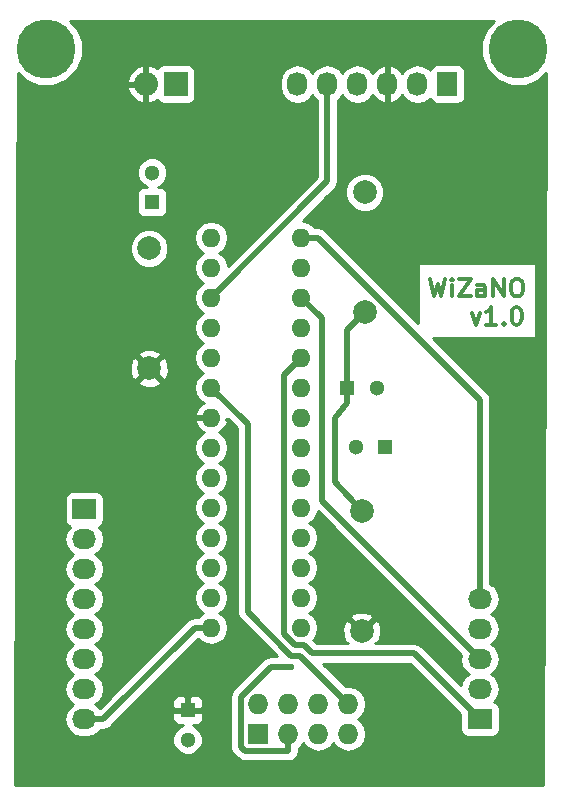
<source format=gbr>
G04 #@! TF.FileFunction,Copper,L1,Top,Signal*
%FSLAX46Y46*%
G04 Gerber Fmt 4.6, Leading zero omitted, Abs format (unit mm)*
G04 Created by KiCad (PCBNEW 4.0.1-3.201512221401+6198~38~ubuntu15.10.1-stable) date dom 03 ene 2016 23:47:09 ART*
%MOMM*%
G01*
G04 APERTURE LIST*
%ADD10C,0.100000*%
%ADD11C,0.300000*%
%ADD12R,1.300000X1.300000*%
%ADD13C,1.300000*%
%ADD14O,1.600000X1.600000*%
%ADD15R,1.727200X1.727200*%
%ADD16O,1.727200X1.727200*%
%ADD17R,1.727200X2.032000*%
%ADD18O,1.727200X2.032000*%
%ADD19R,2.032000X2.032000*%
%ADD20O,2.032000X2.032000*%
%ADD21R,2.032000X1.727200*%
%ADD22O,2.032000X1.727200*%
%ADD23C,1.998980*%
%ADD24C,5.000000*%
%ADD25C,0.600000*%
%ADD26C,0.500000*%
%ADD27C,0.254000*%
G04 APERTURE END LIST*
D10*
D11*
X179535714Y-107478571D02*
X179892857Y-108978571D01*
X180178571Y-107907143D01*
X180464285Y-108978571D01*
X180821428Y-107478571D01*
X181392857Y-108978571D02*
X181392857Y-107978571D01*
X181392857Y-107478571D02*
X181321428Y-107550000D01*
X181392857Y-107621429D01*
X181464285Y-107550000D01*
X181392857Y-107478571D01*
X181392857Y-107621429D01*
X181964286Y-107478571D02*
X182964286Y-107478571D01*
X181964286Y-108978571D01*
X182964286Y-108978571D01*
X184178571Y-108978571D02*
X184178571Y-108192857D01*
X184107142Y-108050000D01*
X183964285Y-107978571D01*
X183678571Y-107978571D01*
X183535714Y-108050000D01*
X184178571Y-108907143D02*
X184035714Y-108978571D01*
X183678571Y-108978571D01*
X183535714Y-108907143D01*
X183464285Y-108764286D01*
X183464285Y-108621429D01*
X183535714Y-108478571D01*
X183678571Y-108407143D01*
X184035714Y-108407143D01*
X184178571Y-108335714D01*
X184892857Y-108978571D02*
X184892857Y-107478571D01*
X185750000Y-108978571D01*
X185750000Y-107478571D01*
X186750000Y-107478571D02*
X187035714Y-107478571D01*
X187178572Y-107550000D01*
X187321429Y-107692857D01*
X187392857Y-107978571D01*
X187392857Y-108478571D01*
X187321429Y-108764286D01*
X187178572Y-108907143D01*
X187035714Y-108978571D01*
X186750000Y-108978571D01*
X186607143Y-108907143D01*
X186464286Y-108764286D01*
X186392857Y-108478571D01*
X186392857Y-107978571D01*
X186464286Y-107692857D01*
X186607143Y-107550000D01*
X186750000Y-107478571D01*
X183071429Y-110378571D02*
X183428572Y-111378571D01*
X183785714Y-110378571D01*
X185142857Y-111378571D02*
X184285714Y-111378571D01*
X184714286Y-111378571D02*
X184714286Y-109878571D01*
X184571429Y-110092857D01*
X184428571Y-110235714D01*
X184285714Y-110307143D01*
X185785714Y-111235714D02*
X185857142Y-111307143D01*
X185785714Y-111378571D01*
X185714285Y-111307143D01*
X185785714Y-111235714D01*
X185785714Y-111378571D01*
X186785714Y-109878571D02*
X186928571Y-109878571D01*
X187071428Y-109950000D01*
X187142857Y-110021429D01*
X187214286Y-110164286D01*
X187285714Y-110450000D01*
X187285714Y-110807143D01*
X187214286Y-111092857D01*
X187142857Y-111235714D01*
X187071428Y-111307143D01*
X186928571Y-111378571D01*
X186785714Y-111378571D01*
X186642857Y-111307143D01*
X186571428Y-111235714D01*
X186500000Y-111092857D01*
X186428571Y-110807143D01*
X186428571Y-110450000D01*
X186500000Y-110164286D01*
X186571428Y-110021429D01*
X186642857Y-109950000D01*
X186785714Y-109878571D01*
D12*
X175750000Y-121750000D03*
D13*
X173250000Y-121750000D03*
D12*
X159000000Y-144000000D03*
D13*
X159000000Y-146500000D03*
D12*
X156000000Y-101000000D03*
D13*
X156000000Y-98500000D03*
D12*
X172500000Y-116750000D03*
D13*
X175000000Y-116750000D03*
D14*
X161000000Y-104000000D03*
X161000000Y-106540000D03*
X161000000Y-109080000D03*
X161000000Y-111620000D03*
X161000000Y-114160000D03*
X161000000Y-116700000D03*
X161000000Y-119240000D03*
X161000000Y-121780000D03*
X161000000Y-124320000D03*
X161000000Y-126860000D03*
X161000000Y-129400000D03*
X161000000Y-131940000D03*
X161000000Y-134480000D03*
X161000000Y-137020000D03*
X168620000Y-137020000D03*
X168620000Y-134480000D03*
X168620000Y-131940000D03*
X168620000Y-129400000D03*
X168620000Y-126860000D03*
X168620000Y-124320000D03*
X168620000Y-121780000D03*
X168620000Y-119240000D03*
X168620000Y-116700000D03*
X168620000Y-114160000D03*
X168620000Y-111620000D03*
X168620000Y-109080000D03*
X168620000Y-106540000D03*
X168620000Y-104000000D03*
D15*
X165000000Y-146000000D03*
D16*
X165000000Y-143460000D03*
X167540000Y-146000000D03*
X167540000Y-143460000D03*
X170080000Y-146000000D03*
X170080000Y-143460000D03*
X172620000Y-146000000D03*
X172620000Y-143460000D03*
D17*
X181000000Y-91000000D03*
D18*
X178460000Y-91000000D03*
X175920000Y-91000000D03*
X173380000Y-91000000D03*
X170840000Y-91000000D03*
X168300000Y-91000000D03*
D19*
X158000000Y-91000000D03*
D20*
X155460000Y-91000000D03*
D21*
X150250000Y-127000000D03*
D22*
X150250000Y-129540000D03*
X150250000Y-132080000D03*
X150250000Y-134620000D03*
X150250000Y-137160000D03*
X150250000Y-139700000D03*
X150250000Y-142240000D03*
X150250000Y-144780000D03*
D21*
X183750000Y-144750000D03*
D22*
X183750000Y-142210000D03*
X183750000Y-139670000D03*
X183750000Y-137130000D03*
X183750000Y-134590000D03*
D23*
X155750000Y-115080000D03*
X155750000Y-104920000D03*
X173750000Y-137330000D03*
X173750000Y-127170000D03*
X174000000Y-110330000D03*
X174000000Y-100170000D03*
D24*
X187000000Y-88000000D03*
X147000000Y-88000000D03*
D25*
X167738200Y-140320400D03*
D26*
X172500000Y-116750000D02*
X172500000Y-115499700D01*
X171499700Y-119250600D02*
X172500000Y-118000300D01*
X171499700Y-124669700D02*
X171499700Y-119250600D01*
X173750000Y-127170000D02*
X171499700Y-124669700D01*
X172500000Y-116750000D02*
X172500000Y-118000300D01*
X172500000Y-111830000D02*
X172500000Y-115499700D01*
X174000000Y-110330000D02*
X172500000Y-111830000D01*
X170840000Y-99240000D02*
X161000000Y-109080000D01*
X170840000Y-91000000D02*
X170840000Y-99240000D01*
X164080100Y-119780100D02*
X161000000Y-116700000D01*
X164080100Y-135675800D02*
X164080100Y-119780100D01*
X167791100Y-139386800D02*
X164080100Y-135675800D01*
X168546800Y-139386800D02*
X167791100Y-139386800D01*
X172620000Y-143460000D02*
X168546800Y-139386800D01*
X151866300Y-144753400D02*
X159599700Y-137020000D01*
X151866300Y-144780000D02*
X151866300Y-144753400D01*
X161000000Y-137020000D02*
X159599700Y-137020000D01*
X150250000Y-144780000D02*
X151866300Y-144780000D01*
X167540000Y-146000000D02*
X167540000Y-147463900D01*
X166043200Y-140320400D02*
X167738200Y-140320400D01*
X163489600Y-142874000D02*
X166043200Y-140320400D01*
X163489600Y-147095600D02*
X163489600Y-142874000D01*
X163857900Y-147463900D02*
X163489600Y-147095600D01*
X167540000Y-147463900D02*
X163857900Y-147463900D01*
X167181400Y-115598600D02*
X168620000Y-114160000D01*
X167181400Y-137565700D02*
X167181400Y-115598600D01*
X168119000Y-138503300D02*
X167181400Y-137565700D01*
X168865900Y-138503300D02*
X168119000Y-138503300D01*
X169572200Y-139209600D02*
X168865900Y-138503300D01*
X178209600Y-139209600D02*
X169572200Y-139209600D01*
X183750000Y-144750000D02*
X178209600Y-139209600D01*
X170349500Y-110809500D02*
X168620000Y-109080000D01*
X170349500Y-126269500D02*
X170349500Y-110809500D01*
X183750000Y-139670000D02*
X170349500Y-126269500D01*
X183750000Y-117729700D02*
X170020300Y-104000000D01*
X183750000Y-134590000D02*
X183750000Y-117729700D01*
X168620000Y-104000000D02*
X170020300Y-104000000D01*
D27*
G36*
X184343826Y-86221847D02*
X183865546Y-87373674D01*
X183864457Y-88620854D01*
X184340727Y-89773515D01*
X185221847Y-90656174D01*
X186373674Y-91134454D01*
X187620854Y-91135543D01*
X188773515Y-90659273D01*
X189355390Y-90078412D01*
X189123488Y-150373000D01*
X144377489Y-150373000D01*
X144391406Y-146754481D01*
X157714777Y-146754481D01*
X157909995Y-147226943D01*
X158271155Y-147588735D01*
X158743276Y-147784777D01*
X159254481Y-147785223D01*
X159726943Y-147590005D01*
X160088735Y-147228845D01*
X160284777Y-146756724D01*
X160285223Y-146245519D01*
X160090005Y-145773057D01*
X159728845Y-145411265D01*
X159424765Y-145285000D01*
X159776310Y-145285000D01*
X160009699Y-145188327D01*
X160188327Y-145009698D01*
X160285000Y-144776309D01*
X160285000Y-144285750D01*
X160126250Y-144127000D01*
X159127000Y-144127000D01*
X159127000Y-144147000D01*
X158873000Y-144147000D01*
X158873000Y-144127000D01*
X157873750Y-144127000D01*
X157715000Y-144285750D01*
X157715000Y-144776309D01*
X157811673Y-145009698D01*
X157990301Y-145188327D01*
X158223690Y-145285000D01*
X158575567Y-145285000D01*
X158273057Y-145409995D01*
X157911265Y-145771155D01*
X157715223Y-146243276D01*
X157714777Y-146754481D01*
X144391406Y-146754481D01*
X144457615Y-129540000D01*
X148566655Y-129540000D01*
X148680729Y-130113489D01*
X149005585Y-130599670D01*
X149320366Y-130810000D01*
X149005585Y-131020330D01*
X148680729Y-131506511D01*
X148566655Y-132080000D01*
X148680729Y-132653489D01*
X149005585Y-133139670D01*
X149320366Y-133350000D01*
X149005585Y-133560330D01*
X148680729Y-134046511D01*
X148566655Y-134620000D01*
X148680729Y-135193489D01*
X149005585Y-135679670D01*
X149320366Y-135890000D01*
X149005585Y-136100330D01*
X148680729Y-136586511D01*
X148566655Y-137160000D01*
X148680729Y-137733489D01*
X149005585Y-138219670D01*
X149320366Y-138430000D01*
X149005585Y-138640330D01*
X148680729Y-139126511D01*
X148566655Y-139700000D01*
X148680729Y-140273489D01*
X149005585Y-140759670D01*
X149320366Y-140970000D01*
X149005585Y-141180330D01*
X148680729Y-141666511D01*
X148566655Y-142240000D01*
X148680729Y-142813489D01*
X149005585Y-143299670D01*
X149320366Y-143510000D01*
X149005585Y-143720330D01*
X148680729Y-144206511D01*
X148566655Y-144780000D01*
X148680729Y-145353489D01*
X149005585Y-145839670D01*
X149491766Y-146164526D01*
X150065255Y-146278600D01*
X150434745Y-146278600D01*
X151008234Y-146164526D01*
X151494415Y-145839670D01*
X151611126Y-145665000D01*
X151866300Y-145665000D01*
X152204975Y-145597633D01*
X152492090Y-145405790D01*
X152545653Y-145325627D01*
X154647588Y-143223691D01*
X157715000Y-143223691D01*
X157715000Y-143714250D01*
X157873750Y-143873000D01*
X158873000Y-143873000D01*
X158873000Y-142873750D01*
X159127000Y-142873750D01*
X159127000Y-143873000D01*
X160126250Y-143873000D01*
X160285000Y-143714250D01*
X160285000Y-143223691D01*
X160188327Y-142990302D01*
X160009699Y-142811673D01*
X159776310Y-142715000D01*
X159285750Y-142715000D01*
X159127000Y-142873750D01*
X158873000Y-142873750D01*
X158714250Y-142715000D01*
X158223690Y-142715000D01*
X157990301Y-142811673D01*
X157811673Y-142990302D01*
X157715000Y-143223691D01*
X154647588Y-143223691D01*
X159908880Y-137962399D01*
X159957189Y-138034698D01*
X160422736Y-138345767D01*
X160971887Y-138455000D01*
X161028113Y-138455000D01*
X161577264Y-138345767D01*
X162042811Y-138034698D01*
X162353880Y-137569151D01*
X162463113Y-137020000D01*
X162353880Y-136470849D01*
X162042811Y-136005302D01*
X161660725Y-135750000D01*
X162042811Y-135494698D01*
X162353880Y-135029151D01*
X162463113Y-134480000D01*
X162353880Y-133930849D01*
X162042811Y-133465302D01*
X161660725Y-133210000D01*
X162042811Y-132954698D01*
X162353880Y-132489151D01*
X162463113Y-131940000D01*
X162353880Y-131390849D01*
X162042811Y-130925302D01*
X161660725Y-130670000D01*
X162042811Y-130414698D01*
X162353880Y-129949151D01*
X162463113Y-129400000D01*
X162353880Y-128850849D01*
X162042811Y-128385302D01*
X161660725Y-128130000D01*
X162042811Y-127874698D01*
X162353880Y-127409151D01*
X162463113Y-126860000D01*
X162353880Y-126310849D01*
X162042811Y-125845302D01*
X161660725Y-125590000D01*
X162042811Y-125334698D01*
X162353880Y-124869151D01*
X162463113Y-124320000D01*
X162353880Y-123770849D01*
X162042811Y-123305302D01*
X161660725Y-123050000D01*
X162042811Y-122794698D01*
X162353880Y-122329151D01*
X162463113Y-121780000D01*
X162353880Y-121230849D01*
X162042811Y-120765302D01*
X161638297Y-120495014D01*
X161855134Y-120392389D01*
X162231041Y-119977423D01*
X162391904Y-119589039D01*
X162269916Y-119367002D01*
X162415423Y-119367002D01*
X163195100Y-120146679D01*
X163195100Y-135675795D01*
X163195099Y-135675800D01*
X163214926Y-135775474D01*
X163262467Y-136014475D01*
X163388012Y-136202367D01*
X163454310Y-136301590D01*
X166588121Y-139435400D01*
X166043205Y-139435400D01*
X166043200Y-139435399D01*
X165760716Y-139491590D01*
X165704525Y-139502767D01*
X165417410Y-139694610D01*
X165417408Y-139694613D01*
X162863810Y-142248210D01*
X162671967Y-142535325D01*
X162671967Y-142535326D01*
X162604599Y-142874000D01*
X162604600Y-142874005D01*
X162604600Y-147095595D01*
X162604599Y-147095600D01*
X162631104Y-147228845D01*
X162671967Y-147434275D01*
X162776022Y-147590005D01*
X162863810Y-147721390D01*
X163232108Y-148089687D01*
X163232110Y-148089690D01*
X163519225Y-148281533D01*
X163575416Y-148292710D01*
X163857900Y-148348901D01*
X163857905Y-148348900D01*
X167540000Y-148348900D01*
X167878675Y-148281533D01*
X168165790Y-148089690D01*
X168357633Y-147802575D01*
X168425000Y-147463900D01*
X168425000Y-147205740D01*
X168599670Y-147089029D01*
X168810000Y-146774248D01*
X169020330Y-147089029D01*
X169506511Y-147413885D01*
X170080000Y-147527959D01*
X170653489Y-147413885D01*
X171139670Y-147089029D01*
X171350000Y-146774248D01*
X171560330Y-147089029D01*
X172046511Y-147413885D01*
X172620000Y-147527959D01*
X173193489Y-147413885D01*
X173679670Y-147089029D01*
X174004526Y-146602848D01*
X174118600Y-146029359D01*
X174118600Y-145970641D01*
X174004526Y-145397152D01*
X173679670Y-144910971D01*
X173408828Y-144730000D01*
X173679670Y-144549029D01*
X174004526Y-144062848D01*
X174118600Y-143489359D01*
X174118600Y-143430641D01*
X174004526Y-142857152D01*
X173679670Y-142370971D01*
X173193489Y-142046115D01*
X172620000Y-141932041D01*
X172389475Y-141977895D01*
X170506180Y-140094600D01*
X177843020Y-140094600D01*
X182086560Y-144338139D01*
X182086560Y-145613600D01*
X182130838Y-145848917D01*
X182269910Y-146065041D01*
X182482110Y-146210031D01*
X182734000Y-146261040D01*
X184766000Y-146261040D01*
X185001317Y-146216762D01*
X185217441Y-146077690D01*
X185362431Y-145865490D01*
X185413440Y-145613600D01*
X185413440Y-143886400D01*
X185369162Y-143651083D01*
X185230090Y-143434959D01*
X185017890Y-143289969D01*
X184976561Y-143281600D01*
X184994415Y-143269670D01*
X185319271Y-142783489D01*
X185433345Y-142210000D01*
X185319271Y-141636511D01*
X184994415Y-141150330D01*
X184679634Y-140940000D01*
X184994415Y-140729670D01*
X185319271Y-140243489D01*
X185433345Y-139670000D01*
X185319271Y-139096511D01*
X184994415Y-138610330D01*
X184679634Y-138400000D01*
X184994415Y-138189670D01*
X185319271Y-137703489D01*
X185433345Y-137130000D01*
X185319271Y-136556511D01*
X184994415Y-136070330D01*
X184679634Y-135860000D01*
X184994415Y-135649670D01*
X185319271Y-135163489D01*
X185433345Y-134590000D01*
X185319271Y-134016511D01*
X184994415Y-133530330D01*
X184635000Y-133290176D01*
X184635000Y-117729705D01*
X184635001Y-117729700D01*
X184567633Y-117391026D01*
X184567633Y-117391025D01*
X184375790Y-117103910D01*
X184375787Y-117103908D01*
X179806879Y-112535000D01*
X188463572Y-112535000D01*
X188463572Y-106165000D01*
X178536428Y-106165000D01*
X178536428Y-111264549D01*
X170646090Y-103374210D01*
X170512915Y-103285226D01*
X170358975Y-103182367D01*
X170302784Y-103171190D01*
X170020300Y-103114999D01*
X170020295Y-103115000D01*
X169749473Y-103115000D01*
X169662811Y-102985302D01*
X169197264Y-102674233D01*
X168746924Y-102584655D01*
X170837885Y-100493694D01*
X172365226Y-100493694D01*
X172613538Y-101094655D01*
X173072927Y-101554846D01*
X173673453Y-101804206D01*
X174323694Y-101804774D01*
X174924655Y-101556462D01*
X175384846Y-101097073D01*
X175634206Y-100496547D01*
X175634774Y-99846306D01*
X175386462Y-99245345D01*
X174927073Y-98785154D01*
X174326547Y-98535794D01*
X173676306Y-98535226D01*
X173075345Y-98783538D01*
X172615154Y-99242927D01*
X172365794Y-99843453D01*
X172365226Y-100493694D01*
X170837885Y-100493694D01*
X171465787Y-99865792D01*
X171465790Y-99865790D01*
X171657633Y-99578675D01*
X171725000Y-99240000D01*
X171725000Y-92361126D01*
X171899670Y-92244415D01*
X172110000Y-91929634D01*
X172320330Y-92244415D01*
X172806511Y-92569271D01*
X173380000Y-92683345D01*
X173953489Y-92569271D01*
X174439670Y-92244415D01*
X174646461Y-91934931D01*
X175017964Y-92350732D01*
X175545209Y-92604709D01*
X175560974Y-92607358D01*
X175793000Y-92486217D01*
X175793000Y-91127000D01*
X175773000Y-91127000D01*
X175773000Y-90873000D01*
X175793000Y-90873000D01*
X175793000Y-89513783D01*
X176047000Y-89513783D01*
X176047000Y-90873000D01*
X176067000Y-90873000D01*
X176067000Y-91127000D01*
X176047000Y-91127000D01*
X176047000Y-92486217D01*
X176279026Y-92607358D01*
X176294791Y-92604709D01*
X176822036Y-92350732D01*
X177193539Y-91934931D01*
X177400330Y-92244415D01*
X177886511Y-92569271D01*
X178460000Y-92683345D01*
X179033489Y-92569271D01*
X179519670Y-92244415D01*
X179529243Y-92230087D01*
X179533238Y-92251317D01*
X179672310Y-92467441D01*
X179884510Y-92612431D01*
X180136400Y-92663440D01*
X181863600Y-92663440D01*
X182098917Y-92619162D01*
X182315041Y-92480090D01*
X182460031Y-92267890D01*
X182511040Y-92016000D01*
X182511040Y-89984000D01*
X182466762Y-89748683D01*
X182327690Y-89532559D01*
X182115490Y-89387569D01*
X181863600Y-89336560D01*
X180136400Y-89336560D01*
X179901083Y-89380838D01*
X179684959Y-89519910D01*
X179539969Y-89732110D01*
X179531600Y-89773439D01*
X179519670Y-89755585D01*
X179033489Y-89430729D01*
X178460000Y-89316655D01*
X177886511Y-89430729D01*
X177400330Y-89755585D01*
X177193539Y-90065069D01*
X176822036Y-89649268D01*
X176294791Y-89395291D01*
X176279026Y-89392642D01*
X176047000Y-89513783D01*
X175793000Y-89513783D01*
X175560974Y-89392642D01*
X175545209Y-89395291D01*
X175017964Y-89649268D01*
X174646461Y-90065069D01*
X174439670Y-89755585D01*
X173953489Y-89430729D01*
X173380000Y-89316655D01*
X172806511Y-89430729D01*
X172320330Y-89755585D01*
X172110000Y-90070366D01*
X171899670Y-89755585D01*
X171413489Y-89430729D01*
X170840000Y-89316655D01*
X170266511Y-89430729D01*
X169780330Y-89755585D01*
X169570000Y-90070366D01*
X169359670Y-89755585D01*
X168873489Y-89430729D01*
X168300000Y-89316655D01*
X167726511Y-89430729D01*
X167240330Y-89755585D01*
X166915474Y-90241766D01*
X166801400Y-90815255D01*
X166801400Y-91184745D01*
X166915474Y-91758234D01*
X167240330Y-92244415D01*
X167726511Y-92569271D01*
X168300000Y-92683345D01*
X168873489Y-92569271D01*
X169359670Y-92244415D01*
X169570000Y-91929634D01*
X169780330Y-92244415D01*
X169955000Y-92361126D01*
X169955000Y-98873421D01*
X162434130Y-106394291D01*
X162353880Y-105990849D01*
X162042811Y-105525302D01*
X161660725Y-105270000D01*
X162042811Y-105014698D01*
X162353880Y-104549151D01*
X162463113Y-104000000D01*
X162353880Y-103450849D01*
X162042811Y-102985302D01*
X161577264Y-102674233D01*
X161028113Y-102565000D01*
X160971887Y-102565000D01*
X160422736Y-102674233D01*
X159957189Y-102985302D01*
X159646120Y-103450849D01*
X159536887Y-104000000D01*
X159646120Y-104549151D01*
X159957189Y-105014698D01*
X160339275Y-105270000D01*
X159957189Y-105525302D01*
X159646120Y-105990849D01*
X159536887Y-106540000D01*
X159646120Y-107089151D01*
X159957189Y-107554698D01*
X160339275Y-107810000D01*
X159957189Y-108065302D01*
X159646120Y-108530849D01*
X159536887Y-109080000D01*
X159646120Y-109629151D01*
X159957189Y-110094698D01*
X160339275Y-110350000D01*
X159957189Y-110605302D01*
X159646120Y-111070849D01*
X159536887Y-111620000D01*
X159646120Y-112169151D01*
X159957189Y-112634698D01*
X160339275Y-112890000D01*
X159957189Y-113145302D01*
X159646120Y-113610849D01*
X159536887Y-114160000D01*
X159646120Y-114709151D01*
X159957189Y-115174698D01*
X160339275Y-115430000D01*
X159957189Y-115685302D01*
X159646120Y-116150849D01*
X159536887Y-116700000D01*
X159646120Y-117249151D01*
X159957189Y-117714698D01*
X160361703Y-117984986D01*
X160144866Y-118087611D01*
X159768959Y-118502577D01*
X159608096Y-118890961D01*
X159730085Y-119113000D01*
X160873000Y-119113000D01*
X160873000Y-119093000D01*
X161127000Y-119093000D01*
X161127000Y-119113000D01*
X161147000Y-119113000D01*
X161147000Y-119367000D01*
X161127000Y-119367000D01*
X161127000Y-119387000D01*
X160873000Y-119387000D01*
X160873000Y-119367000D01*
X159730085Y-119367000D01*
X159608096Y-119589039D01*
X159768959Y-119977423D01*
X160144866Y-120392389D01*
X160361703Y-120495014D01*
X159957189Y-120765302D01*
X159646120Y-121230849D01*
X159536887Y-121780000D01*
X159646120Y-122329151D01*
X159957189Y-122794698D01*
X160339275Y-123050000D01*
X159957189Y-123305302D01*
X159646120Y-123770849D01*
X159536887Y-124320000D01*
X159646120Y-124869151D01*
X159957189Y-125334698D01*
X160339275Y-125590000D01*
X159957189Y-125845302D01*
X159646120Y-126310849D01*
X159536887Y-126860000D01*
X159646120Y-127409151D01*
X159957189Y-127874698D01*
X160339275Y-128130000D01*
X159957189Y-128385302D01*
X159646120Y-128850849D01*
X159536887Y-129400000D01*
X159646120Y-129949151D01*
X159957189Y-130414698D01*
X160339275Y-130670000D01*
X159957189Y-130925302D01*
X159646120Y-131390849D01*
X159536887Y-131940000D01*
X159646120Y-132489151D01*
X159957189Y-132954698D01*
X160339275Y-133210000D01*
X159957189Y-133465302D01*
X159646120Y-133930849D01*
X159536887Y-134480000D01*
X159646120Y-135029151D01*
X159957189Y-135494698D01*
X160339275Y-135750000D01*
X159957189Y-136005302D01*
X159870527Y-136135000D01*
X159599705Y-136135000D01*
X159599700Y-136134999D01*
X159261025Y-136202367D01*
X158973910Y-136394210D01*
X158973908Y-136394213D01*
X151555848Y-143812272D01*
X151494415Y-143720330D01*
X151179634Y-143510000D01*
X151494415Y-143299670D01*
X151819271Y-142813489D01*
X151933345Y-142240000D01*
X151819271Y-141666511D01*
X151494415Y-141180330D01*
X151179634Y-140970000D01*
X151494415Y-140759670D01*
X151819271Y-140273489D01*
X151933345Y-139700000D01*
X151819271Y-139126511D01*
X151494415Y-138640330D01*
X151179634Y-138430000D01*
X151494415Y-138219670D01*
X151819271Y-137733489D01*
X151933345Y-137160000D01*
X151819271Y-136586511D01*
X151494415Y-136100330D01*
X151179634Y-135890000D01*
X151494415Y-135679670D01*
X151819271Y-135193489D01*
X151933345Y-134620000D01*
X151819271Y-134046511D01*
X151494415Y-133560330D01*
X151179634Y-133350000D01*
X151494415Y-133139670D01*
X151819271Y-132653489D01*
X151933345Y-132080000D01*
X151819271Y-131506511D01*
X151494415Y-131020330D01*
X151179634Y-130810000D01*
X151494415Y-130599670D01*
X151819271Y-130113489D01*
X151933345Y-129540000D01*
X151819271Y-128966511D01*
X151494415Y-128480330D01*
X151480087Y-128470757D01*
X151501317Y-128466762D01*
X151717441Y-128327690D01*
X151862431Y-128115490D01*
X151913440Y-127863600D01*
X151913440Y-126136400D01*
X151869162Y-125901083D01*
X151730090Y-125684959D01*
X151517890Y-125539969D01*
X151266000Y-125488960D01*
X149234000Y-125488960D01*
X148998683Y-125533238D01*
X148782559Y-125672310D01*
X148637569Y-125884510D01*
X148586560Y-126136400D01*
X148586560Y-127863600D01*
X148630838Y-128098917D01*
X148769910Y-128315041D01*
X148982110Y-128460031D01*
X149023439Y-128468400D01*
X149005585Y-128480330D01*
X148680729Y-128966511D01*
X148566655Y-129540000D01*
X144457615Y-129540000D01*
X144508798Y-116232163D01*
X154777443Y-116232163D01*
X154876042Y-116498965D01*
X155485582Y-116725401D01*
X156135377Y-116701341D01*
X156623958Y-116498965D01*
X156722557Y-116232163D01*
X155750000Y-115259605D01*
X154777443Y-116232163D01*
X144508798Y-116232163D01*
X144514247Y-114815582D01*
X154104599Y-114815582D01*
X154128659Y-115465377D01*
X154331035Y-115953958D01*
X154597837Y-116052557D01*
X155570395Y-115080000D01*
X155929605Y-115080000D01*
X156902163Y-116052557D01*
X157168965Y-115953958D01*
X157395401Y-115344418D01*
X157371341Y-114694623D01*
X157168965Y-114206042D01*
X156902163Y-114107443D01*
X155929605Y-115080000D01*
X155570395Y-115080000D01*
X154597837Y-114107443D01*
X154331035Y-114206042D01*
X154104599Y-114815582D01*
X144514247Y-114815582D01*
X144517661Y-113927837D01*
X154777443Y-113927837D01*
X155750000Y-114900395D01*
X156722557Y-113927837D01*
X156623958Y-113661035D01*
X156014418Y-113434599D01*
X155364623Y-113458659D01*
X154876042Y-113661035D01*
X154777443Y-113927837D01*
X144517661Y-113927837D01*
X144551062Y-105243694D01*
X154115226Y-105243694D01*
X154363538Y-105844655D01*
X154822927Y-106304846D01*
X155423453Y-106554206D01*
X156073694Y-106554774D01*
X156674655Y-106306462D01*
X157134846Y-105847073D01*
X157384206Y-105246547D01*
X157384774Y-104596306D01*
X157136462Y-103995345D01*
X156677073Y-103535154D01*
X156076547Y-103285794D01*
X155426306Y-103285226D01*
X154825345Y-103533538D01*
X154365154Y-103992927D01*
X154115794Y-104593453D01*
X154115226Y-105243694D01*
X144551062Y-105243694D01*
X144569884Y-100350000D01*
X154702560Y-100350000D01*
X154702560Y-101650000D01*
X154746838Y-101885317D01*
X154885910Y-102101441D01*
X155098110Y-102246431D01*
X155350000Y-102297440D01*
X156650000Y-102297440D01*
X156885317Y-102253162D01*
X157101441Y-102114090D01*
X157246431Y-101901890D01*
X157297440Y-101650000D01*
X157297440Y-100350000D01*
X157253162Y-100114683D01*
X157114090Y-99898559D01*
X156901890Y-99753569D01*
X156650000Y-99702560D01*
X156454540Y-99702560D01*
X156726943Y-99590005D01*
X157088735Y-99228845D01*
X157284777Y-98756724D01*
X157285223Y-98245519D01*
X157090005Y-97773057D01*
X156728845Y-97411265D01*
X156256724Y-97215223D01*
X155745519Y-97214777D01*
X155273057Y-97409995D01*
X154911265Y-97771155D01*
X154715223Y-98243276D01*
X154714777Y-98754481D01*
X154909995Y-99226943D01*
X155271155Y-99588735D01*
X155545276Y-99702560D01*
X155350000Y-99702560D01*
X155114683Y-99746838D01*
X154898559Y-99885910D01*
X154753569Y-100098110D01*
X154702560Y-100350000D01*
X144569884Y-100350000D01*
X144604373Y-91382946D01*
X153854017Y-91382946D01*
X154122812Y-91968379D01*
X154595182Y-92406385D01*
X155077056Y-92605975D01*
X155333000Y-92486836D01*
X155333000Y-91127000D01*
X153972633Y-91127000D01*
X153854017Y-91382946D01*
X144604373Y-91382946D01*
X144609528Y-90042786D01*
X145221847Y-90656174D01*
X146373674Y-91134454D01*
X147620854Y-91135543D01*
X148773515Y-90659273D01*
X148815807Y-90617054D01*
X153854017Y-90617054D01*
X153972633Y-90873000D01*
X155333000Y-90873000D01*
X155333000Y-89513164D01*
X155587000Y-89513164D01*
X155587000Y-90873000D01*
X155607000Y-90873000D01*
X155607000Y-91127000D01*
X155587000Y-91127000D01*
X155587000Y-92486836D01*
X155842944Y-92605975D01*
X156324818Y-92406385D01*
X156422398Y-92315903D01*
X156519910Y-92467441D01*
X156732110Y-92612431D01*
X156984000Y-92663440D01*
X159016000Y-92663440D01*
X159251317Y-92619162D01*
X159467441Y-92480090D01*
X159612431Y-92267890D01*
X159663440Y-92016000D01*
X159663440Y-89984000D01*
X159619162Y-89748683D01*
X159480090Y-89532559D01*
X159267890Y-89387569D01*
X159016000Y-89336560D01*
X156984000Y-89336560D01*
X156748683Y-89380838D01*
X156532559Y-89519910D01*
X156421160Y-89682948D01*
X156324818Y-89593615D01*
X155842944Y-89394025D01*
X155587000Y-89513164D01*
X155333000Y-89513164D01*
X155077056Y-89394025D01*
X154595182Y-89593615D01*
X154122812Y-90031621D01*
X153854017Y-90617054D01*
X148815807Y-90617054D01*
X149656174Y-89778153D01*
X150134454Y-88626326D01*
X150135543Y-87379146D01*
X149659273Y-86226485D01*
X149060833Y-85627000D01*
X184939712Y-85627000D01*
X184343826Y-86221847D01*
X184343826Y-86221847D01*
G37*
X184343826Y-86221847D02*
X183865546Y-87373674D01*
X183864457Y-88620854D01*
X184340727Y-89773515D01*
X185221847Y-90656174D01*
X186373674Y-91134454D01*
X187620854Y-91135543D01*
X188773515Y-90659273D01*
X189355390Y-90078412D01*
X189123488Y-150373000D01*
X144377489Y-150373000D01*
X144391406Y-146754481D01*
X157714777Y-146754481D01*
X157909995Y-147226943D01*
X158271155Y-147588735D01*
X158743276Y-147784777D01*
X159254481Y-147785223D01*
X159726943Y-147590005D01*
X160088735Y-147228845D01*
X160284777Y-146756724D01*
X160285223Y-146245519D01*
X160090005Y-145773057D01*
X159728845Y-145411265D01*
X159424765Y-145285000D01*
X159776310Y-145285000D01*
X160009699Y-145188327D01*
X160188327Y-145009698D01*
X160285000Y-144776309D01*
X160285000Y-144285750D01*
X160126250Y-144127000D01*
X159127000Y-144127000D01*
X159127000Y-144147000D01*
X158873000Y-144147000D01*
X158873000Y-144127000D01*
X157873750Y-144127000D01*
X157715000Y-144285750D01*
X157715000Y-144776309D01*
X157811673Y-145009698D01*
X157990301Y-145188327D01*
X158223690Y-145285000D01*
X158575567Y-145285000D01*
X158273057Y-145409995D01*
X157911265Y-145771155D01*
X157715223Y-146243276D01*
X157714777Y-146754481D01*
X144391406Y-146754481D01*
X144457615Y-129540000D01*
X148566655Y-129540000D01*
X148680729Y-130113489D01*
X149005585Y-130599670D01*
X149320366Y-130810000D01*
X149005585Y-131020330D01*
X148680729Y-131506511D01*
X148566655Y-132080000D01*
X148680729Y-132653489D01*
X149005585Y-133139670D01*
X149320366Y-133350000D01*
X149005585Y-133560330D01*
X148680729Y-134046511D01*
X148566655Y-134620000D01*
X148680729Y-135193489D01*
X149005585Y-135679670D01*
X149320366Y-135890000D01*
X149005585Y-136100330D01*
X148680729Y-136586511D01*
X148566655Y-137160000D01*
X148680729Y-137733489D01*
X149005585Y-138219670D01*
X149320366Y-138430000D01*
X149005585Y-138640330D01*
X148680729Y-139126511D01*
X148566655Y-139700000D01*
X148680729Y-140273489D01*
X149005585Y-140759670D01*
X149320366Y-140970000D01*
X149005585Y-141180330D01*
X148680729Y-141666511D01*
X148566655Y-142240000D01*
X148680729Y-142813489D01*
X149005585Y-143299670D01*
X149320366Y-143510000D01*
X149005585Y-143720330D01*
X148680729Y-144206511D01*
X148566655Y-144780000D01*
X148680729Y-145353489D01*
X149005585Y-145839670D01*
X149491766Y-146164526D01*
X150065255Y-146278600D01*
X150434745Y-146278600D01*
X151008234Y-146164526D01*
X151494415Y-145839670D01*
X151611126Y-145665000D01*
X151866300Y-145665000D01*
X152204975Y-145597633D01*
X152492090Y-145405790D01*
X152545653Y-145325627D01*
X154647588Y-143223691D01*
X157715000Y-143223691D01*
X157715000Y-143714250D01*
X157873750Y-143873000D01*
X158873000Y-143873000D01*
X158873000Y-142873750D01*
X159127000Y-142873750D01*
X159127000Y-143873000D01*
X160126250Y-143873000D01*
X160285000Y-143714250D01*
X160285000Y-143223691D01*
X160188327Y-142990302D01*
X160009699Y-142811673D01*
X159776310Y-142715000D01*
X159285750Y-142715000D01*
X159127000Y-142873750D01*
X158873000Y-142873750D01*
X158714250Y-142715000D01*
X158223690Y-142715000D01*
X157990301Y-142811673D01*
X157811673Y-142990302D01*
X157715000Y-143223691D01*
X154647588Y-143223691D01*
X159908880Y-137962399D01*
X159957189Y-138034698D01*
X160422736Y-138345767D01*
X160971887Y-138455000D01*
X161028113Y-138455000D01*
X161577264Y-138345767D01*
X162042811Y-138034698D01*
X162353880Y-137569151D01*
X162463113Y-137020000D01*
X162353880Y-136470849D01*
X162042811Y-136005302D01*
X161660725Y-135750000D01*
X162042811Y-135494698D01*
X162353880Y-135029151D01*
X162463113Y-134480000D01*
X162353880Y-133930849D01*
X162042811Y-133465302D01*
X161660725Y-133210000D01*
X162042811Y-132954698D01*
X162353880Y-132489151D01*
X162463113Y-131940000D01*
X162353880Y-131390849D01*
X162042811Y-130925302D01*
X161660725Y-130670000D01*
X162042811Y-130414698D01*
X162353880Y-129949151D01*
X162463113Y-129400000D01*
X162353880Y-128850849D01*
X162042811Y-128385302D01*
X161660725Y-128130000D01*
X162042811Y-127874698D01*
X162353880Y-127409151D01*
X162463113Y-126860000D01*
X162353880Y-126310849D01*
X162042811Y-125845302D01*
X161660725Y-125590000D01*
X162042811Y-125334698D01*
X162353880Y-124869151D01*
X162463113Y-124320000D01*
X162353880Y-123770849D01*
X162042811Y-123305302D01*
X161660725Y-123050000D01*
X162042811Y-122794698D01*
X162353880Y-122329151D01*
X162463113Y-121780000D01*
X162353880Y-121230849D01*
X162042811Y-120765302D01*
X161638297Y-120495014D01*
X161855134Y-120392389D01*
X162231041Y-119977423D01*
X162391904Y-119589039D01*
X162269916Y-119367002D01*
X162415423Y-119367002D01*
X163195100Y-120146679D01*
X163195100Y-135675795D01*
X163195099Y-135675800D01*
X163214926Y-135775474D01*
X163262467Y-136014475D01*
X163388012Y-136202367D01*
X163454310Y-136301590D01*
X166588121Y-139435400D01*
X166043205Y-139435400D01*
X166043200Y-139435399D01*
X165760716Y-139491590D01*
X165704525Y-139502767D01*
X165417410Y-139694610D01*
X165417408Y-139694613D01*
X162863810Y-142248210D01*
X162671967Y-142535325D01*
X162671967Y-142535326D01*
X162604599Y-142874000D01*
X162604600Y-142874005D01*
X162604600Y-147095595D01*
X162604599Y-147095600D01*
X162631104Y-147228845D01*
X162671967Y-147434275D01*
X162776022Y-147590005D01*
X162863810Y-147721390D01*
X163232108Y-148089687D01*
X163232110Y-148089690D01*
X163519225Y-148281533D01*
X163575416Y-148292710D01*
X163857900Y-148348901D01*
X163857905Y-148348900D01*
X167540000Y-148348900D01*
X167878675Y-148281533D01*
X168165790Y-148089690D01*
X168357633Y-147802575D01*
X168425000Y-147463900D01*
X168425000Y-147205740D01*
X168599670Y-147089029D01*
X168810000Y-146774248D01*
X169020330Y-147089029D01*
X169506511Y-147413885D01*
X170080000Y-147527959D01*
X170653489Y-147413885D01*
X171139670Y-147089029D01*
X171350000Y-146774248D01*
X171560330Y-147089029D01*
X172046511Y-147413885D01*
X172620000Y-147527959D01*
X173193489Y-147413885D01*
X173679670Y-147089029D01*
X174004526Y-146602848D01*
X174118600Y-146029359D01*
X174118600Y-145970641D01*
X174004526Y-145397152D01*
X173679670Y-144910971D01*
X173408828Y-144730000D01*
X173679670Y-144549029D01*
X174004526Y-144062848D01*
X174118600Y-143489359D01*
X174118600Y-143430641D01*
X174004526Y-142857152D01*
X173679670Y-142370971D01*
X173193489Y-142046115D01*
X172620000Y-141932041D01*
X172389475Y-141977895D01*
X170506180Y-140094600D01*
X177843020Y-140094600D01*
X182086560Y-144338139D01*
X182086560Y-145613600D01*
X182130838Y-145848917D01*
X182269910Y-146065041D01*
X182482110Y-146210031D01*
X182734000Y-146261040D01*
X184766000Y-146261040D01*
X185001317Y-146216762D01*
X185217441Y-146077690D01*
X185362431Y-145865490D01*
X185413440Y-145613600D01*
X185413440Y-143886400D01*
X185369162Y-143651083D01*
X185230090Y-143434959D01*
X185017890Y-143289969D01*
X184976561Y-143281600D01*
X184994415Y-143269670D01*
X185319271Y-142783489D01*
X185433345Y-142210000D01*
X185319271Y-141636511D01*
X184994415Y-141150330D01*
X184679634Y-140940000D01*
X184994415Y-140729670D01*
X185319271Y-140243489D01*
X185433345Y-139670000D01*
X185319271Y-139096511D01*
X184994415Y-138610330D01*
X184679634Y-138400000D01*
X184994415Y-138189670D01*
X185319271Y-137703489D01*
X185433345Y-137130000D01*
X185319271Y-136556511D01*
X184994415Y-136070330D01*
X184679634Y-135860000D01*
X184994415Y-135649670D01*
X185319271Y-135163489D01*
X185433345Y-134590000D01*
X185319271Y-134016511D01*
X184994415Y-133530330D01*
X184635000Y-133290176D01*
X184635000Y-117729705D01*
X184635001Y-117729700D01*
X184567633Y-117391026D01*
X184567633Y-117391025D01*
X184375790Y-117103910D01*
X184375787Y-117103908D01*
X179806879Y-112535000D01*
X188463572Y-112535000D01*
X188463572Y-106165000D01*
X178536428Y-106165000D01*
X178536428Y-111264549D01*
X170646090Y-103374210D01*
X170512915Y-103285226D01*
X170358975Y-103182367D01*
X170302784Y-103171190D01*
X170020300Y-103114999D01*
X170020295Y-103115000D01*
X169749473Y-103115000D01*
X169662811Y-102985302D01*
X169197264Y-102674233D01*
X168746924Y-102584655D01*
X170837885Y-100493694D01*
X172365226Y-100493694D01*
X172613538Y-101094655D01*
X173072927Y-101554846D01*
X173673453Y-101804206D01*
X174323694Y-101804774D01*
X174924655Y-101556462D01*
X175384846Y-101097073D01*
X175634206Y-100496547D01*
X175634774Y-99846306D01*
X175386462Y-99245345D01*
X174927073Y-98785154D01*
X174326547Y-98535794D01*
X173676306Y-98535226D01*
X173075345Y-98783538D01*
X172615154Y-99242927D01*
X172365794Y-99843453D01*
X172365226Y-100493694D01*
X170837885Y-100493694D01*
X171465787Y-99865792D01*
X171465790Y-99865790D01*
X171657633Y-99578675D01*
X171725000Y-99240000D01*
X171725000Y-92361126D01*
X171899670Y-92244415D01*
X172110000Y-91929634D01*
X172320330Y-92244415D01*
X172806511Y-92569271D01*
X173380000Y-92683345D01*
X173953489Y-92569271D01*
X174439670Y-92244415D01*
X174646461Y-91934931D01*
X175017964Y-92350732D01*
X175545209Y-92604709D01*
X175560974Y-92607358D01*
X175793000Y-92486217D01*
X175793000Y-91127000D01*
X175773000Y-91127000D01*
X175773000Y-90873000D01*
X175793000Y-90873000D01*
X175793000Y-89513783D01*
X176047000Y-89513783D01*
X176047000Y-90873000D01*
X176067000Y-90873000D01*
X176067000Y-91127000D01*
X176047000Y-91127000D01*
X176047000Y-92486217D01*
X176279026Y-92607358D01*
X176294791Y-92604709D01*
X176822036Y-92350732D01*
X177193539Y-91934931D01*
X177400330Y-92244415D01*
X177886511Y-92569271D01*
X178460000Y-92683345D01*
X179033489Y-92569271D01*
X179519670Y-92244415D01*
X179529243Y-92230087D01*
X179533238Y-92251317D01*
X179672310Y-92467441D01*
X179884510Y-92612431D01*
X180136400Y-92663440D01*
X181863600Y-92663440D01*
X182098917Y-92619162D01*
X182315041Y-92480090D01*
X182460031Y-92267890D01*
X182511040Y-92016000D01*
X182511040Y-89984000D01*
X182466762Y-89748683D01*
X182327690Y-89532559D01*
X182115490Y-89387569D01*
X181863600Y-89336560D01*
X180136400Y-89336560D01*
X179901083Y-89380838D01*
X179684959Y-89519910D01*
X179539969Y-89732110D01*
X179531600Y-89773439D01*
X179519670Y-89755585D01*
X179033489Y-89430729D01*
X178460000Y-89316655D01*
X177886511Y-89430729D01*
X177400330Y-89755585D01*
X177193539Y-90065069D01*
X176822036Y-89649268D01*
X176294791Y-89395291D01*
X176279026Y-89392642D01*
X176047000Y-89513783D01*
X175793000Y-89513783D01*
X175560974Y-89392642D01*
X175545209Y-89395291D01*
X175017964Y-89649268D01*
X174646461Y-90065069D01*
X174439670Y-89755585D01*
X173953489Y-89430729D01*
X173380000Y-89316655D01*
X172806511Y-89430729D01*
X172320330Y-89755585D01*
X172110000Y-90070366D01*
X171899670Y-89755585D01*
X171413489Y-89430729D01*
X170840000Y-89316655D01*
X170266511Y-89430729D01*
X169780330Y-89755585D01*
X169570000Y-90070366D01*
X169359670Y-89755585D01*
X168873489Y-89430729D01*
X168300000Y-89316655D01*
X167726511Y-89430729D01*
X167240330Y-89755585D01*
X166915474Y-90241766D01*
X166801400Y-90815255D01*
X166801400Y-91184745D01*
X166915474Y-91758234D01*
X167240330Y-92244415D01*
X167726511Y-92569271D01*
X168300000Y-92683345D01*
X168873489Y-92569271D01*
X169359670Y-92244415D01*
X169570000Y-91929634D01*
X169780330Y-92244415D01*
X169955000Y-92361126D01*
X169955000Y-98873421D01*
X162434130Y-106394291D01*
X162353880Y-105990849D01*
X162042811Y-105525302D01*
X161660725Y-105270000D01*
X162042811Y-105014698D01*
X162353880Y-104549151D01*
X162463113Y-104000000D01*
X162353880Y-103450849D01*
X162042811Y-102985302D01*
X161577264Y-102674233D01*
X161028113Y-102565000D01*
X160971887Y-102565000D01*
X160422736Y-102674233D01*
X159957189Y-102985302D01*
X159646120Y-103450849D01*
X159536887Y-104000000D01*
X159646120Y-104549151D01*
X159957189Y-105014698D01*
X160339275Y-105270000D01*
X159957189Y-105525302D01*
X159646120Y-105990849D01*
X159536887Y-106540000D01*
X159646120Y-107089151D01*
X159957189Y-107554698D01*
X160339275Y-107810000D01*
X159957189Y-108065302D01*
X159646120Y-108530849D01*
X159536887Y-109080000D01*
X159646120Y-109629151D01*
X159957189Y-110094698D01*
X160339275Y-110350000D01*
X159957189Y-110605302D01*
X159646120Y-111070849D01*
X159536887Y-111620000D01*
X159646120Y-112169151D01*
X159957189Y-112634698D01*
X160339275Y-112890000D01*
X159957189Y-113145302D01*
X159646120Y-113610849D01*
X159536887Y-114160000D01*
X159646120Y-114709151D01*
X159957189Y-115174698D01*
X160339275Y-115430000D01*
X159957189Y-115685302D01*
X159646120Y-116150849D01*
X159536887Y-116700000D01*
X159646120Y-117249151D01*
X159957189Y-117714698D01*
X160361703Y-117984986D01*
X160144866Y-118087611D01*
X159768959Y-118502577D01*
X159608096Y-118890961D01*
X159730085Y-119113000D01*
X160873000Y-119113000D01*
X160873000Y-119093000D01*
X161127000Y-119093000D01*
X161127000Y-119113000D01*
X161147000Y-119113000D01*
X161147000Y-119367000D01*
X161127000Y-119367000D01*
X161127000Y-119387000D01*
X160873000Y-119387000D01*
X160873000Y-119367000D01*
X159730085Y-119367000D01*
X159608096Y-119589039D01*
X159768959Y-119977423D01*
X160144866Y-120392389D01*
X160361703Y-120495014D01*
X159957189Y-120765302D01*
X159646120Y-121230849D01*
X159536887Y-121780000D01*
X159646120Y-122329151D01*
X159957189Y-122794698D01*
X160339275Y-123050000D01*
X159957189Y-123305302D01*
X159646120Y-123770849D01*
X159536887Y-124320000D01*
X159646120Y-124869151D01*
X159957189Y-125334698D01*
X160339275Y-125590000D01*
X159957189Y-125845302D01*
X159646120Y-126310849D01*
X159536887Y-126860000D01*
X159646120Y-127409151D01*
X159957189Y-127874698D01*
X160339275Y-128130000D01*
X159957189Y-128385302D01*
X159646120Y-128850849D01*
X159536887Y-129400000D01*
X159646120Y-129949151D01*
X159957189Y-130414698D01*
X160339275Y-130670000D01*
X159957189Y-130925302D01*
X159646120Y-131390849D01*
X159536887Y-131940000D01*
X159646120Y-132489151D01*
X159957189Y-132954698D01*
X160339275Y-133210000D01*
X159957189Y-133465302D01*
X159646120Y-133930849D01*
X159536887Y-134480000D01*
X159646120Y-135029151D01*
X159957189Y-135494698D01*
X160339275Y-135750000D01*
X159957189Y-136005302D01*
X159870527Y-136135000D01*
X159599705Y-136135000D01*
X159599700Y-136134999D01*
X159261025Y-136202367D01*
X158973910Y-136394210D01*
X158973908Y-136394213D01*
X151555848Y-143812272D01*
X151494415Y-143720330D01*
X151179634Y-143510000D01*
X151494415Y-143299670D01*
X151819271Y-142813489D01*
X151933345Y-142240000D01*
X151819271Y-141666511D01*
X151494415Y-141180330D01*
X151179634Y-140970000D01*
X151494415Y-140759670D01*
X151819271Y-140273489D01*
X151933345Y-139700000D01*
X151819271Y-139126511D01*
X151494415Y-138640330D01*
X151179634Y-138430000D01*
X151494415Y-138219670D01*
X151819271Y-137733489D01*
X151933345Y-137160000D01*
X151819271Y-136586511D01*
X151494415Y-136100330D01*
X151179634Y-135890000D01*
X151494415Y-135679670D01*
X151819271Y-135193489D01*
X151933345Y-134620000D01*
X151819271Y-134046511D01*
X151494415Y-133560330D01*
X151179634Y-133350000D01*
X151494415Y-133139670D01*
X151819271Y-132653489D01*
X151933345Y-132080000D01*
X151819271Y-131506511D01*
X151494415Y-131020330D01*
X151179634Y-130810000D01*
X151494415Y-130599670D01*
X151819271Y-130113489D01*
X151933345Y-129540000D01*
X151819271Y-128966511D01*
X151494415Y-128480330D01*
X151480087Y-128470757D01*
X151501317Y-128466762D01*
X151717441Y-128327690D01*
X151862431Y-128115490D01*
X151913440Y-127863600D01*
X151913440Y-126136400D01*
X151869162Y-125901083D01*
X151730090Y-125684959D01*
X151517890Y-125539969D01*
X151266000Y-125488960D01*
X149234000Y-125488960D01*
X148998683Y-125533238D01*
X148782559Y-125672310D01*
X148637569Y-125884510D01*
X148586560Y-126136400D01*
X148586560Y-127863600D01*
X148630838Y-128098917D01*
X148769910Y-128315041D01*
X148982110Y-128460031D01*
X149023439Y-128468400D01*
X149005585Y-128480330D01*
X148680729Y-128966511D01*
X148566655Y-129540000D01*
X144457615Y-129540000D01*
X144508798Y-116232163D01*
X154777443Y-116232163D01*
X154876042Y-116498965D01*
X155485582Y-116725401D01*
X156135377Y-116701341D01*
X156623958Y-116498965D01*
X156722557Y-116232163D01*
X155750000Y-115259605D01*
X154777443Y-116232163D01*
X144508798Y-116232163D01*
X144514247Y-114815582D01*
X154104599Y-114815582D01*
X154128659Y-115465377D01*
X154331035Y-115953958D01*
X154597837Y-116052557D01*
X155570395Y-115080000D01*
X155929605Y-115080000D01*
X156902163Y-116052557D01*
X157168965Y-115953958D01*
X157395401Y-115344418D01*
X157371341Y-114694623D01*
X157168965Y-114206042D01*
X156902163Y-114107443D01*
X155929605Y-115080000D01*
X155570395Y-115080000D01*
X154597837Y-114107443D01*
X154331035Y-114206042D01*
X154104599Y-114815582D01*
X144514247Y-114815582D01*
X144517661Y-113927837D01*
X154777443Y-113927837D01*
X155750000Y-114900395D01*
X156722557Y-113927837D01*
X156623958Y-113661035D01*
X156014418Y-113434599D01*
X155364623Y-113458659D01*
X154876042Y-113661035D01*
X154777443Y-113927837D01*
X144517661Y-113927837D01*
X144551062Y-105243694D01*
X154115226Y-105243694D01*
X154363538Y-105844655D01*
X154822927Y-106304846D01*
X155423453Y-106554206D01*
X156073694Y-106554774D01*
X156674655Y-106306462D01*
X157134846Y-105847073D01*
X157384206Y-105246547D01*
X157384774Y-104596306D01*
X157136462Y-103995345D01*
X156677073Y-103535154D01*
X156076547Y-103285794D01*
X155426306Y-103285226D01*
X154825345Y-103533538D01*
X154365154Y-103992927D01*
X154115794Y-104593453D01*
X154115226Y-105243694D01*
X144551062Y-105243694D01*
X144569884Y-100350000D01*
X154702560Y-100350000D01*
X154702560Y-101650000D01*
X154746838Y-101885317D01*
X154885910Y-102101441D01*
X155098110Y-102246431D01*
X155350000Y-102297440D01*
X156650000Y-102297440D01*
X156885317Y-102253162D01*
X157101441Y-102114090D01*
X157246431Y-101901890D01*
X157297440Y-101650000D01*
X157297440Y-100350000D01*
X157253162Y-100114683D01*
X157114090Y-99898559D01*
X156901890Y-99753569D01*
X156650000Y-99702560D01*
X156454540Y-99702560D01*
X156726943Y-99590005D01*
X157088735Y-99228845D01*
X157284777Y-98756724D01*
X157285223Y-98245519D01*
X157090005Y-97773057D01*
X156728845Y-97411265D01*
X156256724Y-97215223D01*
X155745519Y-97214777D01*
X155273057Y-97409995D01*
X154911265Y-97771155D01*
X154715223Y-98243276D01*
X154714777Y-98754481D01*
X154909995Y-99226943D01*
X155271155Y-99588735D01*
X155545276Y-99702560D01*
X155350000Y-99702560D01*
X155114683Y-99746838D01*
X154898559Y-99885910D01*
X154753569Y-100098110D01*
X154702560Y-100350000D01*
X144569884Y-100350000D01*
X144604373Y-91382946D01*
X153854017Y-91382946D01*
X154122812Y-91968379D01*
X154595182Y-92406385D01*
X155077056Y-92605975D01*
X155333000Y-92486836D01*
X155333000Y-91127000D01*
X153972633Y-91127000D01*
X153854017Y-91382946D01*
X144604373Y-91382946D01*
X144609528Y-90042786D01*
X145221847Y-90656174D01*
X146373674Y-91134454D01*
X147620854Y-91135543D01*
X148773515Y-90659273D01*
X148815807Y-90617054D01*
X153854017Y-90617054D01*
X153972633Y-90873000D01*
X155333000Y-90873000D01*
X155333000Y-89513164D01*
X155587000Y-89513164D01*
X155587000Y-90873000D01*
X155607000Y-90873000D01*
X155607000Y-91127000D01*
X155587000Y-91127000D01*
X155587000Y-92486836D01*
X155842944Y-92605975D01*
X156324818Y-92406385D01*
X156422398Y-92315903D01*
X156519910Y-92467441D01*
X156732110Y-92612431D01*
X156984000Y-92663440D01*
X159016000Y-92663440D01*
X159251317Y-92619162D01*
X159467441Y-92480090D01*
X159612431Y-92267890D01*
X159663440Y-92016000D01*
X159663440Y-89984000D01*
X159619162Y-89748683D01*
X159480090Y-89532559D01*
X159267890Y-89387569D01*
X159016000Y-89336560D01*
X156984000Y-89336560D01*
X156748683Y-89380838D01*
X156532559Y-89519910D01*
X156421160Y-89682948D01*
X156324818Y-89593615D01*
X155842944Y-89394025D01*
X155587000Y-89513164D01*
X155333000Y-89513164D01*
X155077056Y-89394025D01*
X154595182Y-89593615D01*
X154122812Y-90031621D01*
X153854017Y-90617054D01*
X148815807Y-90617054D01*
X149656174Y-89778153D01*
X150134454Y-88626326D01*
X150135543Y-87379146D01*
X149659273Y-86226485D01*
X149060833Y-85627000D01*
X184939712Y-85627000D01*
X184343826Y-86221847D01*
G36*
X165127000Y-143333000D02*
X165147000Y-143333000D01*
X165147000Y-143587000D01*
X165127000Y-143587000D01*
X165127000Y-143607000D01*
X164873000Y-143607000D01*
X164873000Y-143587000D01*
X164853000Y-143587000D01*
X164853000Y-143333000D01*
X164873000Y-143333000D01*
X164873000Y-143313000D01*
X165127000Y-143313000D01*
X165127000Y-143333000D01*
X165127000Y-143333000D01*
G37*
X165127000Y-143333000D02*
X165147000Y-143333000D01*
X165147000Y-143587000D01*
X165127000Y-143587000D01*
X165127000Y-143607000D01*
X164873000Y-143607000D01*
X164873000Y-143587000D01*
X164853000Y-143587000D01*
X164853000Y-143333000D01*
X164873000Y-143333000D01*
X164873000Y-143313000D01*
X165127000Y-143313000D01*
X165127000Y-143333000D01*
G36*
X182138290Y-139309869D02*
X182066655Y-139670000D01*
X182180729Y-140243489D01*
X182505585Y-140729670D01*
X182820366Y-140940000D01*
X182505585Y-141150330D01*
X182180729Y-141636511D01*
X182132177Y-141880598D01*
X178835390Y-138583810D01*
X178776597Y-138544526D01*
X178548275Y-138391967D01*
X178492084Y-138380790D01*
X178209600Y-138324599D01*
X178209595Y-138324600D01*
X174924208Y-138324600D01*
X174902164Y-138302556D01*
X175168965Y-138203958D01*
X175395401Y-137594418D01*
X175371341Y-136944623D01*
X175168965Y-136456042D01*
X174902163Y-136357443D01*
X173929605Y-137330000D01*
X173943748Y-137344142D01*
X173764142Y-137523748D01*
X173750000Y-137509605D01*
X173735858Y-137523748D01*
X173556252Y-137344142D01*
X173570395Y-137330000D01*
X172597837Y-136357443D01*
X172331035Y-136456042D01*
X172104599Y-137065582D01*
X172128659Y-137715377D01*
X172331035Y-138203958D01*
X172597836Y-138302556D01*
X172575792Y-138324600D01*
X169938779Y-138324600D01*
X169654459Y-138040279D01*
X169662811Y-138034698D01*
X169973880Y-137569151D01*
X170083113Y-137020000D01*
X169973880Y-136470849D01*
X169778096Y-136177837D01*
X172777443Y-136177837D01*
X173750000Y-137150395D01*
X174722557Y-136177837D01*
X174623958Y-135911035D01*
X174014418Y-135684599D01*
X173364623Y-135708659D01*
X172876042Y-135911035D01*
X172777443Y-136177837D01*
X169778096Y-136177837D01*
X169662811Y-136005302D01*
X169280725Y-135750000D01*
X169662811Y-135494698D01*
X169973880Y-135029151D01*
X170083113Y-134480000D01*
X169973880Y-133930849D01*
X169662811Y-133465302D01*
X169280725Y-133210000D01*
X169662811Y-132954698D01*
X169973880Y-132489151D01*
X170083113Y-131940000D01*
X169973880Y-131390849D01*
X169662811Y-130925302D01*
X169280725Y-130670000D01*
X169662811Y-130414698D01*
X169973880Y-129949151D01*
X170083113Y-129400000D01*
X169973880Y-128850849D01*
X169662811Y-128385302D01*
X169280725Y-128130000D01*
X169662811Y-127874698D01*
X169973880Y-127409151D01*
X170017629Y-127189209D01*
X182138290Y-139309869D01*
X182138290Y-139309869D01*
G37*
X182138290Y-139309869D02*
X182066655Y-139670000D01*
X182180729Y-140243489D01*
X182505585Y-140729670D01*
X182820366Y-140940000D01*
X182505585Y-141150330D01*
X182180729Y-141636511D01*
X182132177Y-141880598D01*
X178835390Y-138583810D01*
X178776597Y-138544526D01*
X178548275Y-138391967D01*
X178492084Y-138380790D01*
X178209600Y-138324599D01*
X178209595Y-138324600D01*
X174924208Y-138324600D01*
X174902164Y-138302556D01*
X175168965Y-138203958D01*
X175395401Y-137594418D01*
X175371341Y-136944623D01*
X175168965Y-136456042D01*
X174902163Y-136357443D01*
X173929605Y-137330000D01*
X173943748Y-137344142D01*
X173764142Y-137523748D01*
X173750000Y-137509605D01*
X173735858Y-137523748D01*
X173556252Y-137344142D01*
X173570395Y-137330000D01*
X172597837Y-136357443D01*
X172331035Y-136456042D01*
X172104599Y-137065582D01*
X172128659Y-137715377D01*
X172331035Y-138203958D01*
X172597836Y-138302556D01*
X172575792Y-138324600D01*
X169938779Y-138324600D01*
X169654459Y-138040279D01*
X169662811Y-138034698D01*
X169973880Y-137569151D01*
X170083113Y-137020000D01*
X169973880Y-136470849D01*
X169778096Y-136177837D01*
X172777443Y-136177837D01*
X173750000Y-137150395D01*
X174722557Y-136177837D01*
X174623958Y-135911035D01*
X174014418Y-135684599D01*
X173364623Y-135708659D01*
X172876042Y-135911035D01*
X172777443Y-136177837D01*
X169778096Y-136177837D01*
X169662811Y-136005302D01*
X169280725Y-135750000D01*
X169662811Y-135494698D01*
X169973880Y-135029151D01*
X170083113Y-134480000D01*
X169973880Y-133930849D01*
X169662811Y-133465302D01*
X169280725Y-133210000D01*
X169662811Y-132954698D01*
X169973880Y-132489151D01*
X170083113Y-131940000D01*
X169973880Y-131390849D01*
X169662811Y-130925302D01*
X169280725Y-130670000D01*
X169662811Y-130414698D01*
X169973880Y-129949151D01*
X170083113Y-129400000D01*
X169973880Y-128850849D01*
X169662811Y-128385302D01*
X169280725Y-128130000D01*
X169662811Y-127874698D01*
X169973880Y-127409151D01*
X170017629Y-127189209D01*
X182138290Y-139309869D01*
G36*
X168747000Y-124193000D02*
X168767000Y-124193000D01*
X168767000Y-124447000D01*
X168747000Y-124447000D01*
X168747000Y-124467000D01*
X168493000Y-124467000D01*
X168493000Y-124447000D01*
X168473000Y-124447000D01*
X168473000Y-124193000D01*
X168493000Y-124193000D01*
X168493000Y-124173000D01*
X168747000Y-124173000D01*
X168747000Y-124193000D01*
X168747000Y-124193000D01*
G37*
X168747000Y-124193000D02*
X168767000Y-124193000D01*
X168767000Y-124447000D01*
X168747000Y-124447000D01*
X168747000Y-124467000D01*
X168493000Y-124467000D01*
X168493000Y-124447000D01*
X168473000Y-124447000D01*
X168473000Y-124193000D01*
X168493000Y-124193000D01*
X168493000Y-124173000D01*
X168747000Y-124173000D01*
X168747000Y-124193000D01*
M02*

</source>
